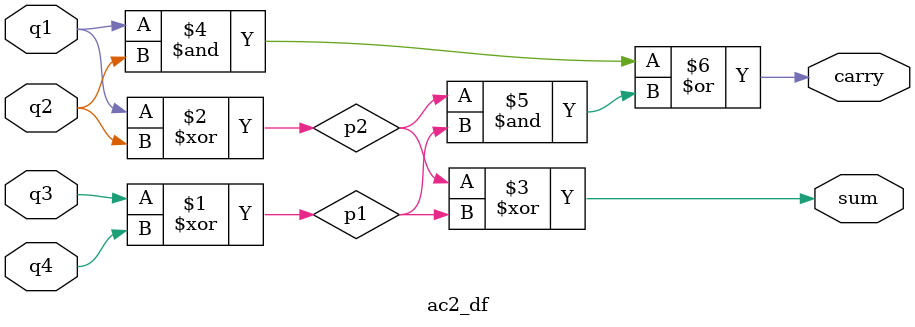
<source format=v>
`timescale 1ns / 1ps


module ac2_df(
    input q1,q2,q3,q4,
    output sum,carry
    );
    wire p1,p2;
    assign p1=q3^q4;
    assign p2=q1^q2;
    assign sum= p2^p1;
    assign carry= q1&q2 | p2&p1;

endmodule

</source>
